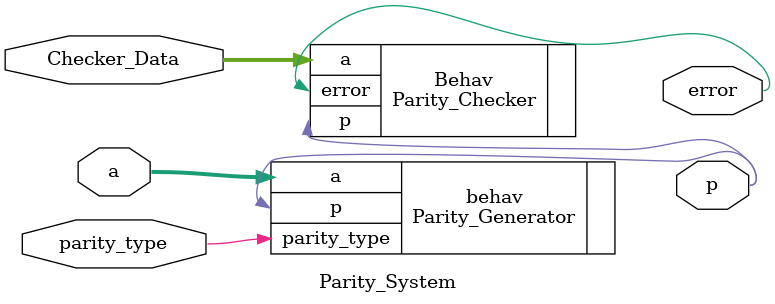
<source format=v>
module Parity_System(input [2:0] a,
input parity_type,
input [2:0] Checker_Data, output wire p,error);

Parity_Generator behav(.a(a),.parity_type(parity_type),.p(p));
Parity_Checker Behav(.a(Checker_Data),.p(p),.error(error));

endmodule
</source>
